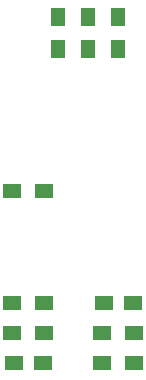
<source format=gbp>
G04 #@! TF.GenerationSoftware,KiCad,Pcbnew,(5.1.9)-1*
G04 #@! TF.CreationDate,2021-04-15T13:52:47+07:00*
G04 #@! TF.ProjectId,pendulumRobotModule,70656e64-756c-4756-9d52-6f626f744d6f,rev?*
G04 #@! TF.SameCoordinates,Original*
G04 #@! TF.FileFunction,Paste,Bot*
G04 #@! TF.FilePolarity,Positive*
%FSLAX46Y46*%
G04 Gerber Fmt 4.6, Leading zero omitted, Abs format (unit mm)*
G04 Created by KiCad (PCBNEW (5.1.9)-1) date 2021-04-15 13:52:47*
%MOMM*%
%LPD*%
G01*
G04 APERTURE LIST*
%ADD10R,1.500000X1.250000*%
%ADD11R,1.500000X1.300000*%
%ADD12R,1.300000X1.500000*%
G04 APERTURE END LIST*
D10*
X102890000Y-72390000D03*
X105390000Y-72390000D03*
X113010000Y-67310000D03*
X110510000Y-67310000D03*
D11*
X105490000Y-67310000D03*
X102790000Y-67310000D03*
X102790000Y-69850000D03*
X105490000Y-69850000D03*
D12*
X106680000Y-43100000D03*
X106680000Y-45800000D03*
X109220000Y-43100000D03*
X109220000Y-45800000D03*
D11*
X110410000Y-72390000D03*
X113110000Y-72390000D03*
X113110000Y-69850000D03*
X110410000Y-69850000D03*
D12*
X111760000Y-45800000D03*
X111760000Y-43100000D03*
D11*
X105490000Y-57785000D03*
X102790000Y-57785000D03*
M02*

</source>
